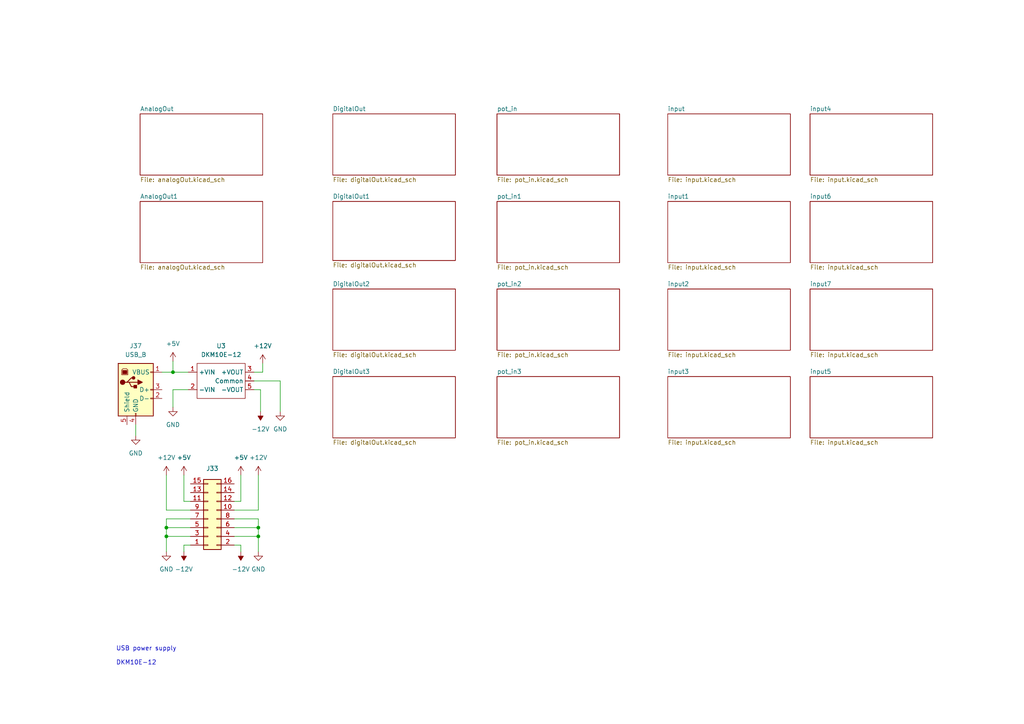
<source format=kicad_sch>
(kicad_sch (version 20211123) (generator eeschema)
  (paper "A4")
  (lib_symbols
    (symbol "Connector:USB_B" (pin_names (offset 1.016))
      (property "Reference" "J" (at -5.08 11.43 0))
      (property "Value" "USB_B" (at -5.08 8.89 0))
      (symbol "USB_B_0_1"
        (rectangle (start -5.08 -7.62) (end 5.08 7.62) (stroke (width 0.254)) (fill (type background)))
        (circle (center -3.81 2.159) (radius 0.635) (stroke (width 0.254)) (fill (type outline)))
        (rectangle (start -3.81 5.588) (end -2.54 4.572) (fill (type outline)))
        (circle (center -0.635 3.429) (radius 0.381) (stroke (width 0.254)) (fill (type outline)))
        (rectangle (start -0.127 -7.62) (end 0.127 -6.858))
        (polyline (pts (xy -1.905 2.159) (xy 0.635 2.159)) (stroke (width 0.254)))
        (polyline (pts (xy -3.175 2.159) (xy -2.54 2.159) (xy -1.27 3.429) (xy -0.635 3.429)) (stroke (width 0.254)))
        (polyline (pts (xy -2.54 2.159) (xy -1.905 2.159) (xy -1.27 0.889) (xy 0 0.889)) (stroke (width 0.254)))
        (polyline (pts (xy 0.635 2.794) (xy 0.635 1.524) (xy 1.905 2.159) (xy 0.635 2.794)) (stroke (width 0.254)) (fill (type outline)))
        (polyline (pts (xy -4.064 4.318) (xy -2.286 4.318) (xy -2.286 5.715) (xy -2.667 6.096) (xy -3.683 6.096) (xy -4.064 5.715) (xy -4.064 4.318)))
        (rectangle (start 0.254 1.27) (end -0.508 0.508) (stroke (width 0.254)) (fill (type outline)))
        (rectangle (start 5.08 -2.667) (end 4.318 -2.413))
        (rectangle (start 5.08 -0.127) (end 4.318 0.127))
        (rectangle (start 5.08 4.953) (end 4.318 5.207))
      )
      (symbol "USB_B_1_1"
        (pin power_out line (at 7.62 5.08 180) (length 2.54) (name "VBUS") (number "1"))
        (pin bidirectional line (at 7.62 -2.54 180) (length 2.54) (name "D-") (number "2"))
        (pin bidirectional line (at 7.62 0 180) (length 2.54) (name "D+") (number "3"))
        (pin power_out line (at 0 -10.16 90) (length 2.54) (name "GND") (number "4"))
        (pin passive line (at -2.54 -10.16 90) (length 2.54) (name "Shield") (number "5"))
      )
    )
    (symbol "Connector_Generic:Conn_02x08_Odd_Even" (pin_names (offset 1.016) hide)
      (property "Reference" "J" (at 1.27 10.16 0))
      (property "Value" "Conn_02x08_Odd_Even" (at 1.27 -12.7 0))
      (symbol "Conn_02x08_Odd_Even_1_1"
        (rectangle (start -1.27 -10.033) (end 0 -10.287) (stroke (width 0.1524)))
        (rectangle (start -1.27 -7.493) (end 0 -7.747) (stroke (width 0.1524)))
        (rectangle (start -1.27 -4.953) (end 0 -5.207) (stroke (width 0.1524)))
        (rectangle (start -1.27 -2.413) (end 0 -2.667) (stroke (width 0.1524)))
        (rectangle (start -1.27 0.127) (end 0 -0.127) (stroke (width 0.1524)))
        (rectangle (start -1.27 2.667) (end 0 2.413) (stroke (width 0.1524)))
        (rectangle (start -1.27 5.207) (end 0 4.953) (stroke (width 0.1524)))
        (rectangle (start -1.27 7.747) (end 0 7.493) (stroke (width 0.1524)))
        (rectangle (start -1.27 8.89) (end 3.81 -11.43) (stroke (width 0.254)) (fill (type background)))
        (rectangle (start 3.81 -10.033) (end 2.54 -10.287) (stroke (width 0.1524)))
        (rectangle (start 3.81 -7.493) (end 2.54 -7.747) (stroke (width 0.1524)))
        (rectangle (start 3.81 -4.953) (end 2.54 -5.207) (stroke (width 0.1524)))
        (rectangle (start 3.81 -2.413) (end 2.54 -2.667) (stroke (width 0.1524)))
        (rectangle (start 3.81 0.127) (end 2.54 -0.127) (stroke (width 0.1524)))
        (rectangle (start 3.81 2.667) (end 2.54 2.413) (stroke (width 0.1524)))
        (rectangle (start 3.81 5.207) (end 2.54 4.953) (stroke (width 0.1524)))
        (rectangle (start 3.81 7.747) (end 2.54 7.493) (stroke (width 0.1524)))
        (pin passive line (at -5.08 7.62 0) (length 3.81) (name "Pin_1") (number "1"))
        (pin passive line (at 7.62 -2.54 180) (length 3.81) (name "Pin_10") (number "10"))
        (pin passive line (at -5.08 -5.08 0) (length 3.81) (name "Pin_11") (number "11"))
        (pin passive line (at 7.62 -5.08 180) (length 3.81) (name "Pin_12") (number "12"))
        (pin passive line (at -5.08 -7.62 0) (length 3.81) (name "Pin_13") (number "13"))
        (pin passive line (at 7.62 -7.62 180) (length 3.81) (name "Pin_14") (number "14"))
        (pin passive line (at -5.08 -10.16 0) (length 3.81) (name "Pin_15") (number "15"))
        (pin passive line (at 7.62 -10.16 180) (length 3.81) (name "Pin_16") (number "16"))
        (pin passive line (at 7.62 7.62 180) (length 3.81) (name "Pin_2") (number "2"))
        (pin passive line (at -5.08 5.08 0) (length 3.81) (name "Pin_3") (number "3"))
        (pin passive line (at 7.62 5.08 180) (length 3.81) (name "Pin_4") (number "4"))
        (pin passive line (at -5.08 2.54 0) (length 3.81) (name "Pin_5") (number "5"))
        (pin passive line (at 7.62 2.54 180) (length 3.81) (name "Pin_6") (number "6"))
        (pin passive line (at -5.08 0 0) (length 3.81) (name "Pin_7") (number "7"))
        (pin passive line (at 7.62 0 180) (length 3.81) (name "Pin_8") (number "8"))
        (pin passive line (at -5.08 -2.54 0) (length 3.81) (name "Pin_9") (number "9"))
      )
    )
    (symbol "parts:DKM10E-12"
      (property "Reference" "U?" (at 1.27 -12.7 0))
      (property "Value" "DKM10E-12" (at 6.35 1.27 0))
      (symbol "DKM10E-12_0_1"
        (rectangle (start 0 0) (end 13.97 -10.16))
      )
      (symbol "DKM10E-12_1_1"
        (pin input line (at -2.54 -2.54 0) (length 2.54) (name "+VIN") (number "1"))
        (pin input line (at -2.54 -7.62 0) (length 2.54) (name "-VIN") (number "2"))
        (pin input line (at 16.51 -2.54 180) (length 2.54) (name "+VOUT") (number "3"))
        (pin input line (at 16.51 -5.08 180) (length 2.54) (name "Common") (number "4"))
        (pin input line (at 16.51 -7.62 180) (length 2.54) (name "-VOUT") (number "5"))
      )
    )
    (symbol "power:+12V" (power) (pin_names (offset 0))
      (property "Value" "+12V" (at 0 3.556 0))
      (symbol "+12V_0_1"
        (polyline (pts (xy -0.762 1.27) (xy 0 2.54)))
        (polyline (pts (xy 0 0) (xy 0 2.54)))
        (polyline (pts (xy 0 2.54) (xy 0.762 1.27)))
      )
      (symbol "+12V_1_1"
        (pin power_in line (at 0 0 90) (length 0) hide (name "+12V") (number "1"))
      )
    )
    (symbol "power:+5V" (power) (pin_names (offset 0))
      (property "Value" "+5V" (at 0 3.556 0))
      (symbol "+5V_0_1"
        (polyline (pts (xy -0.762 1.27) (xy 0 2.54)))
        (polyline (pts (xy 0 0) (xy 0 2.54)))
        (polyline (pts (xy 0 2.54) (xy 0.762 1.27)))
      )
      (symbol "+5V_1_1"
        (pin power_in line (at 0 0 90) (length 0) hide (name "+5V") (number "1"))
      )
    )
    (symbol "power:-12V" (power) (pin_names (offset 0))
      (property "Value" "-12V" (at 0 3.81 0))
      (symbol "-12V_0_0"
        (pin power_in line (at 0 0 90) (length 0) hide (name "-12V") (number "1"))
      )
      (symbol "-12V_0_1"
        (polyline (pts (xy 0 0) (xy 0 1.27) (xy 0.762 1.27) (xy 0 2.54) (xy -0.762 1.27) (xy 0 1.27)) (fill (type outline)))
      )
    )
    (symbol "power:GND" (power) (pin_names (offset 0))
      (property "Value" "GND" (at 0 -3.81 0))
      (symbol "GND_0_1"
        (polyline (pts (xy 0 0) (xy 0 -1.27) (xy 1.27 -1.27) (xy 0 -2.54) (xy -1.27 -1.27) (xy 0 -1.27)))
      )
      (symbol "GND_1_1"
        (pin power_in line (at 0 0 270) (length 0) hide (name "GND") (number "1"))
      )
    )
  )
  (junction (at 74.93 153.035))
  (junction (at 48.26 153.035))
  (junction (at 50.165 107.95))
  (junction (at 48.26 155.575))
  (junction (at 74.93 155.575))
  (wire (pts (xy 50.165 104.775) (xy 50.165 107.95)))
  (wire (pts (xy 81.28 110.49) (xy 81.28 119.38)))
  (wire (pts (xy 48.26 150.495) (xy 48.26 153.035)))
  (wire (pts (xy 76.2 107.95) (xy 76.2 105.41)))
  (wire (pts (xy 74.93 150.495) (xy 74.93 153.035)))
  (wire (pts (xy 50.165 113.03) (xy 54.61 113.03)))
  (wire (pts (xy 53.34 158.115) (xy 53.34 160.02)))
  (wire (pts (xy 74.93 155.575) (xy 74.93 160.02)))
  (wire (pts (xy 74.93 137.795) (xy 74.93 147.955)))
  (wire (pts (xy 73.66 107.95) (xy 76.2 107.95)))
  (wire (pts (xy 55.245 153.035) (xy 48.26 153.035)))
  (wire (pts (xy 69.85 137.795) (xy 69.85 145.415)))
  (wire (pts (xy 55.245 158.115) (xy 53.34 158.115)))
  (wire (pts (xy 48.26 153.035) (xy 48.26 155.575)))
  (wire (pts (xy 67.945 155.575) (xy 74.93 155.575)))
  (wire (pts (xy 53.34 137.795) (xy 53.34 145.415)))
  (wire (pts (xy 67.945 147.955) (xy 74.93 147.955)))
  (wire (pts (xy 48.26 137.795) (xy 48.26 147.955)))
  (wire (pts (xy 55.245 155.575) (xy 48.26 155.575)))
  (wire (pts (xy 81.28 110.49) (xy 73.66 110.49)))
  (wire (pts (xy 75.565 113.03) (xy 75.565 119.38)))
  (wire (pts (xy 74.93 153.035) (xy 74.93 155.575)))
  (wire (pts (xy 55.245 147.955) (xy 48.26 147.955)))
  (wire (pts (xy 39.37 123.19) (xy 39.37 126.365)))
  (wire (pts (xy 69.85 158.115) (xy 69.85 160.02)))
  (wire (pts (xy 67.945 153.035) (xy 74.93 153.035)))
  (wire (pts (xy 55.245 150.495) (xy 48.26 150.495)))
  (wire (pts (xy 67.945 145.415) (xy 69.85 145.415)))
  (wire (pts (xy 50.165 113.03) (xy 50.165 118.11)))
  (wire (pts (xy 55.245 145.415) (xy 53.34 145.415)))
  (wire (pts (xy 50.165 107.95) (xy 54.61 107.95)))
  (wire (pts (xy 67.945 150.495) (xy 74.93 150.495)))
  (wire (pts (xy 50.165 107.95) (xy 46.99 107.95)))
  (wire (pts (xy 48.26 155.575) (xy 48.26 160.02)))
  (wire (pts (xy 73.66 113.03) (xy 75.565 113.03)))
  (wire (pts (xy 67.945 158.115) (xy 69.85 158.115)))
  (text "USB power supply\n\nDKM10E-12\n" (at 33.655 193.04 0) (effects (font (size 1.27 1.27)) (justify left bottom)))
  (symbol (lib_id "power:-12V") (at 53.34 160.02 0) (mirror x) (unit 1)
    (property "Reference" "#PWR0245" (effects hide))
    (property "Value" "-12V" (at 53.34 165.1 0))
  )
  (symbol (lib_id "power:+5V") (at 53.34 137.795 0) (mirror y) (unit 1)
    (property "Reference" "#PWR0243" (effects hide))
    (property "Value" "+5V" (at 53.34 132.715 0))
  )
  (symbol (lib_id "parts:DKM10E-12") (at 57.15 105.41 0) (unit 1)
    (property "Reference" "U3" (at 64.135 100.33 0))
    (property "Value" "DKM10E-12" (at 64.135 102.87 0))
    (property "Footprint" "parts:DKM10" (effects hide))
  )
  (symbol (lib_id "power:GND") (at 81.28 119.38 0) (unit 1)
    (property "Reference" "#PWR0225" (effects hide))
    (property "Value" "GND" (at 81.28 124.46 0))
  )
  (symbol (lib_id "power:GND") (at 50.165 118.11 0) (mirror y) (unit 1)
    (property "Reference" "#PWR0222" (effects hide))
    (property "Value" "GND" (at 50.165 123.19 0))
  )
  (symbol (lib_id "power:GND") (at 39.37 126.365 0) (mirror y) (unit 1)
    (property "Reference" "#PWR0223" (effects hide))
    (property "Value" "GND" (at 39.37 131.445 0))
  )
  (symbol (lib_id "power:+12V") (at 74.93 137.795 0) (unit 1)
    (property "Reference" "#PWR0241" (effects hide))
    (property "Value" "+12V" (at 74.93 132.715 0))
  )
  (symbol (lib_id "power:+12V") (at 76.2 105.41 0) (unit 1)
    (property "Reference" "#PWR0224" (effects hide))
    (property "Value" "+12V" (at 76.2 100.33 0))
  )
  (symbol (lib_id "Connector:USB_B") (at 39.37 113.03 0) (unit 1)
    (property "Reference" "J37" (at 39.37 100.33 0))
    (property "Value" "USB_B" (at 39.37 102.87 0))
    (property "Footprint" "Connector_USB:USB_B_OST_USB-B1HSxx_Horizontal" (effects hide))
    (property "Datasheet" " ~" (effects hide))
  )
  (symbol (lib_id "power:+12V") (at 48.26 137.795 0) (mirror y) (unit 1)
    (property "Reference" "#PWR0244" (effects hide))
    (property "Value" "+12V" (at 48.26 132.715 0))
  )
  (symbol (lib_id "power:+5V") (at 69.85 137.795 0) (unit 1)
    (property "Reference" "#PWR0242" (effects hide))
    (property "Value" "+5V" (at 69.85 132.715 0))
  )
  (symbol (lib_id "power:GND") (at 74.93 160.02 0) (unit 1)
    (property "Reference" "#PWR0248" (effects hide))
    (property "Value" "GND" (at 74.93 165.1 0))
  )
  (symbol (lib_id "Connector_Generic:Conn_02x08_Odd_Even") (at 60.325 150.495 0) (mirror x) (unit 1)
    (property "Reference" "J33" (at 61.595 135.89 0))
    (property "Value" "Conn_02x08_Odd_Even" (effects hide))
    (property "Footprint" "Connector_PinHeader_2.54mm:PinHeader_2x08_P2.54mm_Vertical" (effects hide))
  )
  (symbol (lib_id "power:GND") (at 48.26 160.02 0) (mirror y) (unit 1)
    (property "Reference" "#PWR0246" (effects hide))
    (property "Value" "GND" (at 48.26 165.1 0))
  )
  (symbol (lib_id "power:-12V") (at 69.85 160.02 180) (unit 1)
    (property "Reference" "#PWR0247" (effects hide))
    (property "Value" "-12V" (at 69.85 165.1 0))
  )
  (symbol (lib_id "power:+5V") (at 50.165 104.775 0) (unit 1)
    (property "Reference" "#PWR0221" (effects hide))
    (property "Value" "+5V" (at 50.165 99.695 0))
  )
  (symbol (lib_id "power:-12V") (at 75.565 119.38 180) (unit 1)
    (property "Reference" "#PWR0226" (effects hide))
    (property "Value" "-12V" (at 75.565 124.46 0))
  )
  (sheet (at 144.145 58.42) (size 35.56 17.78) (stroke (width 0.1524))
    (property "Sheet name" "pot_in1" (at 144.145 57.7084 0) (effects (justify left bottom)))
    (property "Sheet file" "pot_in.kicad_sch" (at 144.145 76.7846 0) (effects (justify left top)))
  )
  (sheet (at 234.95 33.02) (size 35.56 17.78) (stroke (width 0.1524))
    (property "Sheet name" "input4" (at 234.95 32.3084 0) (effects (justify left bottom)))
    (property "Sheet file" "input.kicad_sch" (at 234.95 51.3846 0) (effects (justify left top)))
  )
  (sheet (at 193.675 109.22) (size 35.56 17.78) (stroke (width 0.1524))
    (property "Sheet name" "input3" (at 193.675 108.5084 0) (effects (justify left bottom)))
    (property "Sheet file" "input.kicad_sch" (at 193.675 127.5846 0) (effects (justify left top)))
  )
  (sheet (at 40.64 58.42) (size 35.56 17.78) (stroke (width 0.1524))
    (property "Sheet name" "AnalogOut1" (at 40.64 57.7084 0) (effects (justify left bottom)))
    (property "Sheet file" "analogOut.kicad_sch" (at 40.64 76.7846 0) (effects (justify left top)))
  )
  (sheet (at 144.145 109.22) (size 35.56 17.78) (stroke (width 0.1524))
    (property "Sheet name" "pot_in3" (at 144.145 108.5084 0) (effects (justify left bottom)))
    (property "Sheet file" "pot_in.kicad_sch" (at 144.145 127.5846 0) (effects (justify left top)))
  )
  (sheet (at 193.675 83.82) (size 35.56 17.78) (stroke (width 0.1524))
    (property "Sheet name" "input2" (at 193.675 83.1084 0) (effects (justify left bottom)))
    (property "Sheet file" "input.kicad_sch" (at 193.675 102.1846 0) (effects (justify left top)))
  )
  (sheet (at 193.675 58.42) (size 35.56 17.78) (stroke (width 0.1524))
    (property "Sheet name" "input1" (at 193.675 57.7084 0) (effects (justify left bottom)))
    (property "Sheet file" "input.kicad_sch" (at 193.675 76.7846 0) (effects (justify left top)))
  )
  (sheet (at 96.52 33.02) (size 35.56 17.78) (stroke (width 0.1524))
    (property "Sheet name" "DigitalOut" (at 96.52 32.3084 0) (effects (justify left bottom)))
    (property "Sheet file" "digitalOut.kicad_sch" (at 96.52 51.3846 0) (effects (justify left top)))
  )
  (sheet (at 144.145 33.02) (size 35.56 17.78) (stroke (width 0.1524))
    (property "Sheet name" "pot_in" (at 144.145 32.3084 0) (effects (justify left bottom)))
    (property "Sheet file" "pot_in.kicad_sch" (at 144.145 51.3846 0) (effects (justify left top)))
  )
  (sheet (at 96.52 109.22) (size 35.56 17.78) (stroke (width 0.1524))
    (property "Sheet name" "DigitalOut3" (at 96.52 108.5084 0) (effects (justify left bottom)))
    (property "Sheet file" "digitalOut.kicad_sch" (at 96.52 127.5846 0) (effects (justify left top)))
  )
  (sheet (at 144.145 83.82) (size 35.56 17.78) (stroke (width 0.1524))
    (property "Sheet name" "pot_in2" (at 144.145 83.1084 0) (effects (justify left bottom)))
    (property "Sheet file" "pot_in.kicad_sch" (at 144.145 102.1846 0) (effects (justify left top)))
  )
  (sheet (at 96.52 58.42) (size 35.56 17.145) (stroke (width 0.1524))
    (property "Sheet name" "DigitalOut1" (at 96.52 57.7084 0) (effects (justify left bottom)))
    (property "Sheet file" "digitalOut.kicad_sch" (at 96.52 76.1496 0) (effects (justify left top)))
  )
  (sheet (at 40.64 33.02) (size 35.56 17.78) (stroke (width 0.1524))
    (property "Sheet name" "AnalogOut" (at 40.64 32.3084 0) (effects (justify left bottom)))
    (property "Sheet file" "analogOut.kicad_sch" (at 40.64 51.3846 0) (effects (justify left top)))
  )
  (sheet (at 193.675 33.02) (size 35.56 17.78) (stroke (width 0.1524))
    (property "Sheet name" "input" (at 193.675 32.3084 0) (effects (justify left bottom)))
    (property "Sheet file" "input.kicad_sch" (at 193.675 51.3846 0) (effects (justify left top)))
  )
  (sheet (at 96.52 83.82) (size 35.56 17.78) (stroke (width 0.1524))
    (property "Sheet name" "DigitalOut2" (at 96.52 83.1084 0) (effects (justify left bottom)))
    (property "Sheet file" "digitalOut.kicad_sch" (at 96.52 102.1846 0) (effects (justify left top)))
  )
  (sheet (at 234.95 83.82) (size 35.56 17.78) (stroke (width 0.1524))
    (property "Sheet name" "input7" (at 234.95 83.1084 0) (effects (justify left bottom)))
    (property "Sheet file" "input.kicad_sch" (at 234.95 102.1846 0) (effects (justify left top)))
  )
  (sheet (at 234.95 58.42) (size 35.56 17.78) (stroke (width 0.1524))
    (property "Sheet name" "input6" (at 234.95 57.7084 0) (effects (justify left bottom)))
    (property "Sheet file" "input.kicad_sch" (at 234.95 76.7846 0) (effects (justify left top)))
  )
  (sheet (at 234.95 109.22) (size 35.56 17.78) (stroke (width 0.1524))
    (property "Sheet name" "input5" (at 234.95 108.5084 0) (effects (justify left bottom)))
    (property "Sheet file" "input.kicad_sch" (at 234.95 127.5846 0) (effects (justify left top)))
  )
)
</source>
